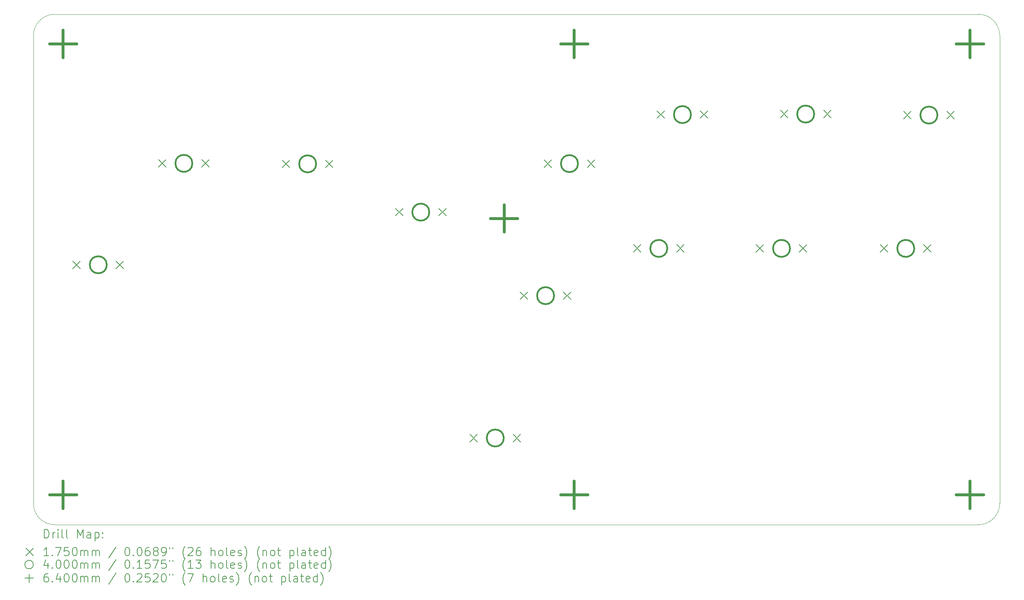
<source format=gbr>
%TF.GenerationSoftware,KiCad,Pcbnew,(6.0.7)*%
%TF.CreationDate,2022-08-16T08:24:49+10:00*%
%TF.ProjectId,Flatbox-rev1_1,466c6174-626f-4782-9d72-6576315f312e,rev?*%
%TF.SameCoordinates,Original*%
%TF.FileFunction,Drillmap*%
%TF.FilePolarity,Positive*%
%FSLAX45Y45*%
G04 Gerber Fmt 4.5, Leading zero omitted, Abs format (unit mm)*
G04 Created by KiCad (PCBNEW (6.0.7)) date 2022-08-16 08:24:49*
%MOMM*%
%LPD*%
G01*
G04 APERTURE LIST*
%ADD10C,0.050000*%
%ADD11C,0.200000*%
%ADD12C,0.175000*%
%ADD13C,0.400000*%
%ADD14C,0.640000*%
G04 APERTURE END LIST*
D10*
X25000000Y-3500000D02*
X25000000Y-14500000D01*
X24500000Y-15000000D02*
X2786000Y-15000000D01*
X2286000Y-14500000D02*
X2286000Y-3500000D01*
X2786000Y-3000000D02*
X24500000Y-3000000D01*
X2286000Y-14500000D02*
G75*
G03*
X2786000Y-15000000I500000J0D01*
G01*
X24500000Y-15000000D02*
G75*
G03*
X25000000Y-14500000I0J500000D01*
G01*
X25000000Y-3500000D02*
G75*
G03*
X24500000Y-3000000I-500000J0D01*
G01*
X2786000Y-3000000D02*
G75*
G03*
X2286000Y-3500000I0J-500000D01*
G01*
D11*
D12*
X3214500Y-8802500D02*
X3389500Y-8977500D01*
X3389500Y-8802500D02*
X3214500Y-8977500D01*
X4230500Y-8802500D02*
X4405500Y-8977500D01*
X4405500Y-8802500D02*
X4230500Y-8977500D01*
X5227000Y-6417500D02*
X5402000Y-6592500D01*
X5402000Y-6417500D02*
X5227000Y-6592500D01*
X6243000Y-6417500D02*
X6418000Y-6592500D01*
X6418000Y-6417500D02*
X6243000Y-6592500D01*
X8136500Y-6429500D02*
X8311500Y-6604500D01*
X8311500Y-6429500D02*
X8136500Y-6604500D01*
X9152500Y-6429500D02*
X9327500Y-6604500D01*
X9327500Y-6429500D02*
X9152500Y-6604500D01*
X10796500Y-7564500D02*
X10971500Y-7739500D01*
X10971500Y-7564500D02*
X10796500Y-7739500D01*
X11812500Y-7564500D02*
X11987500Y-7739500D01*
X11987500Y-7564500D02*
X11812500Y-7739500D01*
X12546500Y-12874500D02*
X12721500Y-13049500D01*
X12721500Y-12874500D02*
X12546500Y-13049500D01*
X13562500Y-12874500D02*
X13737500Y-13049500D01*
X13737500Y-12874500D02*
X13562500Y-13049500D01*
X13729500Y-9527500D02*
X13904500Y-9702500D01*
X13904500Y-9527500D02*
X13729500Y-9702500D01*
X14290500Y-6423500D02*
X14465500Y-6598500D01*
X14465500Y-6423500D02*
X14290500Y-6598500D01*
X14745500Y-9527500D02*
X14920500Y-9702500D01*
X14920500Y-9527500D02*
X14745500Y-9702500D01*
X15306500Y-6423500D02*
X15481500Y-6598500D01*
X15481500Y-6423500D02*
X15306500Y-6598500D01*
X16390500Y-8416500D02*
X16565500Y-8591500D01*
X16565500Y-8416500D02*
X16390500Y-8591500D01*
X16946500Y-5270500D02*
X17121500Y-5445500D01*
X17121500Y-5270500D02*
X16946500Y-5445500D01*
X17406500Y-8416500D02*
X17581500Y-8591500D01*
X17581500Y-8416500D02*
X17406500Y-8591500D01*
X17962500Y-5270500D02*
X18137500Y-5445500D01*
X18137500Y-5270500D02*
X17962500Y-5445500D01*
X19275500Y-8416500D02*
X19450500Y-8591500D01*
X19450500Y-8416500D02*
X19275500Y-8591500D01*
X19843500Y-5258500D02*
X20018500Y-5433500D01*
X20018500Y-5258500D02*
X19843500Y-5433500D01*
X20291500Y-8416500D02*
X20466500Y-8591500D01*
X20466500Y-8416500D02*
X20291500Y-8591500D01*
X20859500Y-5258500D02*
X21034500Y-5433500D01*
X21034500Y-5258500D02*
X20859500Y-5433500D01*
X22196500Y-8416500D02*
X22371500Y-8591500D01*
X22371500Y-8416500D02*
X22196500Y-8591500D01*
X22740500Y-5282500D02*
X22915500Y-5457500D01*
X22915500Y-5282500D02*
X22740500Y-5457500D01*
X23212500Y-8416500D02*
X23387500Y-8591500D01*
X23387500Y-8416500D02*
X23212500Y-8591500D01*
X23756500Y-5282500D02*
X23931500Y-5457500D01*
X23931500Y-5282500D02*
X23756500Y-5457500D01*
D13*
X4010000Y-8890000D02*
G75*
G03*
X4010000Y-8890000I-200000J0D01*
G01*
X6022500Y-6505000D02*
G75*
G03*
X6022500Y-6505000I-200000J0D01*
G01*
X8932000Y-6517000D02*
G75*
G03*
X8932000Y-6517000I-200000J0D01*
G01*
X11592000Y-7652000D02*
G75*
G03*
X11592000Y-7652000I-200000J0D01*
G01*
X13342000Y-12962000D02*
G75*
G03*
X13342000Y-12962000I-200000J0D01*
G01*
X14525000Y-9615000D02*
G75*
G03*
X14525000Y-9615000I-200000J0D01*
G01*
X15086000Y-6511000D02*
G75*
G03*
X15086000Y-6511000I-200000J0D01*
G01*
X17186000Y-8504000D02*
G75*
G03*
X17186000Y-8504000I-200000J0D01*
G01*
X17742000Y-5358000D02*
G75*
G03*
X17742000Y-5358000I-200000J0D01*
G01*
X20071000Y-8504000D02*
G75*
G03*
X20071000Y-8504000I-200000J0D01*
G01*
X20639000Y-5346000D02*
G75*
G03*
X20639000Y-5346000I-200000J0D01*
G01*
X22992000Y-8504000D02*
G75*
G03*
X22992000Y-8504000I-200000J0D01*
G01*
X23536000Y-5370000D02*
G75*
G03*
X23536000Y-5370000I-200000J0D01*
G01*
D14*
X2986000Y-3380000D02*
X2986000Y-4020000D01*
X2666000Y-3700000D02*
X3306000Y-3700000D01*
X2986000Y-13980000D02*
X2986000Y-14620000D01*
X2666000Y-14300000D02*
X3306000Y-14300000D01*
X13350000Y-7480000D02*
X13350000Y-8120000D01*
X13030000Y-7800000D02*
X13670000Y-7800000D01*
X15000000Y-3380000D02*
X15000000Y-4020000D01*
X14680000Y-3700000D02*
X15320000Y-3700000D01*
X15000000Y-13980000D02*
X15000000Y-14620000D01*
X14680000Y-14300000D02*
X15320000Y-14300000D01*
X24300000Y-3380000D02*
X24300000Y-4020000D01*
X23980000Y-3700000D02*
X24620000Y-3700000D01*
X24300000Y-13980000D02*
X24300000Y-14620000D01*
X23980000Y-14300000D02*
X24620000Y-14300000D01*
D11*
X2541119Y-15312976D02*
X2541119Y-15112976D01*
X2588738Y-15112976D01*
X2617310Y-15122500D01*
X2636357Y-15141548D01*
X2645881Y-15160595D01*
X2655405Y-15198690D01*
X2655405Y-15227262D01*
X2645881Y-15265357D01*
X2636357Y-15284405D01*
X2617310Y-15303452D01*
X2588738Y-15312976D01*
X2541119Y-15312976D01*
X2741119Y-15312976D02*
X2741119Y-15179643D01*
X2741119Y-15217738D02*
X2750643Y-15198690D01*
X2760167Y-15189167D01*
X2779214Y-15179643D01*
X2798262Y-15179643D01*
X2864928Y-15312976D02*
X2864928Y-15179643D01*
X2864928Y-15112976D02*
X2855405Y-15122500D01*
X2864928Y-15132024D01*
X2874452Y-15122500D01*
X2864928Y-15112976D01*
X2864928Y-15132024D01*
X2988738Y-15312976D02*
X2969690Y-15303452D01*
X2960167Y-15284405D01*
X2960167Y-15112976D01*
X3093500Y-15312976D02*
X3074452Y-15303452D01*
X3064928Y-15284405D01*
X3064928Y-15112976D01*
X3322071Y-15312976D02*
X3322071Y-15112976D01*
X3388738Y-15255833D01*
X3455405Y-15112976D01*
X3455405Y-15312976D01*
X3636357Y-15312976D02*
X3636357Y-15208214D01*
X3626833Y-15189167D01*
X3607786Y-15179643D01*
X3569690Y-15179643D01*
X3550643Y-15189167D01*
X3636357Y-15303452D02*
X3617309Y-15312976D01*
X3569690Y-15312976D01*
X3550643Y-15303452D01*
X3541119Y-15284405D01*
X3541119Y-15265357D01*
X3550643Y-15246309D01*
X3569690Y-15236786D01*
X3617309Y-15236786D01*
X3636357Y-15227262D01*
X3731595Y-15179643D02*
X3731595Y-15379643D01*
X3731595Y-15189167D02*
X3750643Y-15179643D01*
X3788738Y-15179643D01*
X3807786Y-15189167D01*
X3817309Y-15198690D01*
X3826833Y-15217738D01*
X3826833Y-15274881D01*
X3817309Y-15293928D01*
X3807786Y-15303452D01*
X3788738Y-15312976D01*
X3750643Y-15312976D01*
X3731595Y-15303452D01*
X3912548Y-15293928D02*
X3922071Y-15303452D01*
X3912548Y-15312976D01*
X3903024Y-15303452D01*
X3912548Y-15293928D01*
X3912548Y-15312976D01*
X3912548Y-15189167D02*
X3922071Y-15198690D01*
X3912548Y-15208214D01*
X3903024Y-15198690D01*
X3912548Y-15189167D01*
X3912548Y-15208214D01*
D12*
X2108500Y-15555000D02*
X2283500Y-15730000D01*
X2283500Y-15555000D02*
X2108500Y-15730000D01*
D11*
X2645881Y-15732976D02*
X2531595Y-15732976D01*
X2588738Y-15732976D02*
X2588738Y-15532976D01*
X2569690Y-15561548D01*
X2550643Y-15580595D01*
X2531595Y-15590119D01*
X2731595Y-15713928D02*
X2741119Y-15723452D01*
X2731595Y-15732976D01*
X2722071Y-15723452D01*
X2731595Y-15713928D01*
X2731595Y-15732976D01*
X2807786Y-15532976D02*
X2941119Y-15532976D01*
X2855405Y-15732976D01*
X3112548Y-15532976D02*
X3017309Y-15532976D01*
X3007786Y-15628214D01*
X3017309Y-15618690D01*
X3036357Y-15609167D01*
X3083976Y-15609167D01*
X3103024Y-15618690D01*
X3112548Y-15628214D01*
X3122071Y-15647262D01*
X3122071Y-15694881D01*
X3112548Y-15713928D01*
X3103024Y-15723452D01*
X3083976Y-15732976D01*
X3036357Y-15732976D01*
X3017309Y-15723452D01*
X3007786Y-15713928D01*
X3245881Y-15532976D02*
X3264928Y-15532976D01*
X3283976Y-15542500D01*
X3293500Y-15552024D01*
X3303024Y-15571071D01*
X3312548Y-15609167D01*
X3312548Y-15656786D01*
X3303024Y-15694881D01*
X3293500Y-15713928D01*
X3283976Y-15723452D01*
X3264928Y-15732976D01*
X3245881Y-15732976D01*
X3226833Y-15723452D01*
X3217309Y-15713928D01*
X3207786Y-15694881D01*
X3198262Y-15656786D01*
X3198262Y-15609167D01*
X3207786Y-15571071D01*
X3217309Y-15552024D01*
X3226833Y-15542500D01*
X3245881Y-15532976D01*
X3398262Y-15732976D02*
X3398262Y-15599643D01*
X3398262Y-15618690D02*
X3407786Y-15609167D01*
X3426833Y-15599643D01*
X3455405Y-15599643D01*
X3474452Y-15609167D01*
X3483976Y-15628214D01*
X3483976Y-15732976D01*
X3483976Y-15628214D02*
X3493500Y-15609167D01*
X3512548Y-15599643D01*
X3541119Y-15599643D01*
X3560167Y-15609167D01*
X3569690Y-15628214D01*
X3569690Y-15732976D01*
X3664928Y-15732976D02*
X3664928Y-15599643D01*
X3664928Y-15618690D02*
X3674452Y-15609167D01*
X3693500Y-15599643D01*
X3722071Y-15599643D01*
X3741119Y-15609167D01*
X3750643Y-15628214D01*
X3750643Y-15732976D01*
X3750643Y-15628214D02*
X3760167Y-15609167D01*
X3779214Y-15599643D01*
X3807786Y-15599643D01*
X3826833Y-15609167D01*
X3836357Y-15628214D01*
X3836357Y-15732976D01*
X4226833Y-15523452D02*
X4055405Y-15780595D01*
X4483976Y-15532976D02*
X4503024Y-15532976D01*
X4522071Y-15542500D01*
X4531595Y-15552024D01*
X4541119Y-15571071D01*
X4550643Y-15609167D01*
X4550643Y-15656786D01*
X4541119Y-15694881D01*
X4531595Y-15713928D01*
X4522071Y-15723452D01*
X4503024Y-15732976D01*
X4483976Y-15732976D01*
X4464929Y-15723452D01*
X4455405Y-15713928D01*
X4445881Y-15694881D01*
X4436357Y-15656786D01*
X4436357Y-15609167D01*
X4445881Y-15571071D01*
X4455405Y-15552024D01*
X4464929Y-15542500D01*
X4483976Y-15532976D01*
X4636357Y-15713928D02*
X4645881Y-15723452D01*
X4636357Y-15732976D01*
X4626833Y-15723452D01*
X4636357Y-15713928D01*
X4636357Y-15732976D01*
X4769690Y-15532976D02*
X4788738Y-15532976D01*
X4807786Y-15542500D01*
X4817310Y-15552024D01*
X4826833Y-15571071D01*
X4836357Y-15609167D01*
X4836357Y-15656786D01*
X4826833Y-15694881D01*
X4817310Y-15713928D01*
X4807786Y-15723452D01*
X4788738Y-15732976D01*
X4769690Y-15732976D01*
X4750643Y-15723452D01*
X4741119Y-15713928D01*
X4731595Y-15694881D01*
X4722071Y-15656786D01*
X4722071Y-15609167D01*
X4731595Y-15571071D01*
X4741119Y-15552024D01*
X4750643Y-15542500D01*
X4769690Y-15532976D01*
X5007786Y-15532976D02*
X4969690Y-15532976D01*
X4950643Y-15542500D01*
X4941119Y-15552024D01*
X4922071Y-15580595D01*
X4912548Y-15618690D01*
X4912548Y-15694881D01*
X4922071Y-15713928D01*
X4931595Y-15723452D01*
X4950643Y-15732976D01*
X4988738Y-15732976D01*
X5007786Y-15723452D01*
X5017310Y-15713928D01*
X5026833Y-15694881D01*
X5026833Y-15647262D01*
X5017310Y-15628214D01*
X5007786Y-15618690D01*
X4988738Y-15609167D01*
X4950643Y-15609167D01*
X4931595Y-15618690D01*
X4922071Y-15628214D01*
X4912548Y-15647262D01*
X5141119Y-15618690D02*
X5122071Y-15609167D01*
X5112548Y-15599643D01*
X5103024Y-15580595D01*
X5103024Y-15571071D01*
X5112548Y-15552024D01*
X5122071Y-15542500D01*
X5141119Y-15532976D01*
X5179214Y-15532976D01*
X5198262Y-15542500D01*
X5207786Y-15552024D01*
X5217310Y-15571071D01*
X5217310Y-15580595D01*
X5207786Y-15599643D01*
X5198262Y-15609167D01*
X5179214Y-15618690D01*
X5141119Y-15618690D01*
X5122071Y-15628214D01*
X5112548Y-15637738D01*
X5103024Y-15656786D01*
X5103024Y-15694881D01*
X5112548Y-15713928D01*
X5122071Y-15723452D01*
X5141119Y-15732976D01*
X5179214Y-15732976D01*
X5198262Y-15723452D01*
X5207786Y-15713928D01*
X5217310Y-15694881D01*
X5217310Y-15656786D01*
X5207786Y-15637738D01*
X5198262Y-15628214D01*
X5179214Y-15618690D01*
X5312548Y-15732976D02*
X5350643Y-15732976D01*
X5369690Y-15723452D01*
X5379214Y-15713928D01*
X5398262Y-15685357D01*
X5407786Y-15647262D01*
X5407786Y-15571071D01*
X5398262Y-15552024D01*
X5388738Y-15542500D01*
X5369690Y-15532976D01*
X5331595Y-15532976D01*
X5312548Y-15542500D01*
X5303024Y-15552024D01*
X5293500Y-15571071D01*
X5293500Y-15618690D01*
X5303024Y-15637738D01*
X5312548Y-15647262D01*
X5331595Y-15656786D01*
X5369690Y-15656786D01*
X5388738Y-15647262D01*
X5398262Y-15637738D01*
X5407786Y-15618690D01*
X5483976Y-15532976D02*
X5483976Y-15571071D01*
X5560167Y-15532976D02*
X5560167Y-15571071D01*
X5855405Y-15809167D02*
X5845881Y-15799643D01*
X5826833Y-15771071D01*
X5817309Y-15752024D01*
X5807786Y-15723452D01*
X5798262Y-15675833D01*
X5798262Y-15637738D01*
X5807786Y-15590119D01*
X5817309Y-15561548D01*
X5826833Y-15542500D01*
X5845881Y-15513928D01*
X5855405Y-15504405D01*
X5922071Y-15552024D02*
X5931595Y-15542500D01*
X5950643Y-15532976D01*
X5998262Y-15532976D01*
X6017309Y-15542500D01*
X6026833Y-15552024D01*
X6036357Y-15571071D01*
X6036357Y-15590119D01*
X6026833Y-15618690D01*
X5912548Y-15732976D01*
X6036357Y-15732976D01*
X6207786Y-15532976D02*
X6169690Y-15532976D01*
X6150643Y-15542500D01*
X6141119Y-15552024D01*
X6122071Y-15580595D01*
X6112548Y-15618690D01*
X6112548Y-15694881D01*
X6122071Y-15713928D01*
X6131595Y-15723452D01*
X6150643Y-15732976D01*
X6188738Y-15732976D01*
X6207786Y-15723452D01*
X6217309Y-15713928D01*
X6226833Y-15694881D01*
X6226833Y-15647262D01*
X6217309Y-15628214D01*
X6207786Y-15618690D01*
X6188738Y-15609167D01*
X6150643Y-15609167D01*
X6131595Y-15618690D01*
X6122071Y-15628214D01*
X6112548Y-15647262D01*
X6464928Y-15732976D02*
X6464928Y-15532976D01*
X6550643Y-15732976D02*
X6550643Y-15628214D01*
X6541119Y-15609167D01*
X6522071Y-15599643D01*
X6493500Y-15599643D01*
X6474452Y-15609167D01*
X6464928Y-15618690D01*
X6674452Y-15732976D02*
X6655405Y-15723452D01*
X6645881Y-15713928D01*
X6636357Y-15694881D01*
X6636357Y-15637738D01*
X6645881Y-15618690D01*
X6655405Y-15609167D01*
X6674452Y-15599643D01*
X6703024Y-15599643D01*
X6722071Y-15609167D01*
X6731595Y-15618690D01*
X6741119Y-15637738D01*
X6741119Y-15694881D01*
X6731595Y-15713928D01*
X6722071Y-15723452D01*
X6703024Y-15732976D01*
X6674452Y-15732976D01*
X6855405Y-15732976D02*
X6836357Y-15723452D01*
X6826833Y-15704405D01*
X6826833Y-15532976D01*
X7007786Y-15723452D02*
X6988738Y-15732976D01*
X6950643Y-15732976D01*
X6931595Y-15723452D01*
X6922071Y-15704405D01*
X6922071Y-15628214D01*
X6931595Y-15609167D01*
X6950643Y-15599643D01*
X6988738Y-15599643D01*
X7007786Y-15609167D01*
X7017309Y-15628214D01*
X7017309Y-15647262D01*
X6922071Y-15666309D01*
X7093500Y-15723452D02*
X7112548Y-15732976D01*
X7150643Y-15732976D01*
X7169690Y-15723452D01*
X7179214Y-15704405D01*
X7179214Y-15694881D01*
X7169690Y-15675833D01*
X7150643Y-15666309D01*
X7122071Y-15666309D01*
X7103024Y-15656786D01*
X7093500Y-15637738D01*
X7093500Y-15628214D01*
X7103024Y-15609167D01*
X7122071Y-15599643D01*
X7150643Y-15599643D01*
X7169690Y-15609167D01*
X7245881Y-15809167D02*
X7255405Y-15799643D01*
X7274452Y-15771071D01*
X7283976Y-15752024D01*
X7293500Y-15723452D01*
X7303024Y-15675833D01*
X7303024Y-15637738D01*
X7293500Y-15590119D01*
X7283976Y-15561548D01*
X7274452Y-15542500D01*
X7255405Y-15513928D01*
X7245881Y-15504405D01*
X7607786Y-15809167D02*
X7598262Y-15799643D01*
X7579214Y-15771071D01*
X7569690Y-15752024D01*
X7560167Y-15723452D01*
X7550643Y-15675833D01*
X7550643Y-15637738D01*
X7560167Y-15590119D01*
X7569690Y-15561548D01*
X7579214Y-15542500D01*
X7598262Y-15513928D01*
X7607786Y-15504405D01*
X7683976Y-15599643D02*
X7683976Y-15732976D01*
X7683976Y-15618690D02*
X7693500Y-15609167D01*
X7712548Y-15599643D01*
X7741119Y-15599643D01*
X7760167Y-15609167D01*
X7769690Y-15628214D01*
X7769690Y-15732976D01*
X7893500Y-15732976D02*
X7874452Y-15723452D01*
X7864928Y-15713928D01*
X7855405Y-15694881D01*
X7855405Y-15637738D01*
X7864928Y-15618690D01*
X7874452Y-15609167D01*
X7893500Y-15599643D01*
X7922071Y-15599643D01*
X7941119Y-15609167D01*
X7950643Y-15618690D01*
X7960167Y-15637738D01*
X7960167Y-15694881D01*
X7950643Y-15713928D01*
X7941119Y-15723452D01*
X7922071Y-15732976D01*
X7893500Y-15732976D01*
X8017309Y-15599643D02*
X8093500Y-15599643D01*
X8045881Y-15532976D02*
X8045881Y-15704405D01*
X8055405Y-15723452D01*
X8074452Y-15732976D01*
X8093500Y-15732976D01*
X8312548Y-15599643D02*
X8312548Y-15799643D01*
X8312548Y-15609167D02*
X8331595Y-15599643D01*
X8369690Y-15599643D01*
X8388738Y-15609167D01*
X8398262Y-15618690D01*
X8407786Y-15637738D01*
X8407786Y-15694881D01*
X8398262Y-15713928D01*
X8388738Y-15723452D01*
X8369690Y-15732976D01*
X8331595Y-15732976D01*
X8312548Y-15723452D01*
X8522071Y-15732976D02*
X8503024Y-15723452D01*
X8493500Y-15704405D01*
X8493500Y-15532976D01*
X8683976Y-15732976D02*
X8683976Y-15628214D01*
X8674452Y-15609167D01*
X8655405Y-15599643D01*
X8617310Y-15599643D01*
X8598262Y-15609167D01*
X8683976Y-15723452D02*
X8664929Y-15732976D01*
X8617310Y-15732976D01*
X8598262Y-15723452D01*
X8588738Y-15704405D01*
X8588738Y-15685357D01*
X8598262Y-15666309D01*
X8617310Y-15656786D01*
X8664929Y-15656786D01*
X8683976Y-15647262D01*
X8750643Y-15599643D02*
X8826833Y-15599643D01*
X8779214Y-15532976D02*
X8779214Y-15704405D01*
X8788738Y-15723452D01*
X8807786Y-15732976D01*
X8826833Y-15732976D01*
X8969690Y-15723452D02*
X8950643Y-15732976D01*
X8912548Y-15732976D01*
X8893500Y-15723452D01*
X8883976Y-15704405D01*
X8883976Y-15628214D01*
X8893500Y-15609167D01*
X8912548Y-15599643D01*
X8950643Y-15599643D01*
X8969690Y-15609167D01*
X8979214Y-15628214D01*
X8979214Y-15647262D01*
X8883976Y-15666309D01*
X9150643Y-15732976D02*
X9150643Y-15532976D01*
X9150643Y-15723452D02*
X9131595Y-15732976D01*
X9093500Y-15732976D01*
X9074452Y-15723452D01*
X9064929Y-15713928D01*
X9055405Y-15694881D01*
X9055405Y-15637738D01*
X9064929Y-15618690D01*
X9074452Y-15609167D01*
X9093500Y-15599643D01*
X9131595Y-15599643D01*
X9150643Y-15609167D01*
X9226833Y-15809167D02*
X9236357Y-15799643D01*
X9255405Y-15771071D01*
X9264929Y-15752024D01*
X9274452Y-15723452D01*
X9283976Y-15675833D01*
X9283976Y-15637738D01*
X9274452Y-15590119D01*
X9264929Y-15561548D01*
X9255405Y-15542500D01*
X9236357Y-15513928D01*
X9226833Y-15504405D01*
X2283500Y-15937500D02*
G75*
G03*
X2283500Y-15937500I-100000J0D01*
G01*
X2626833Y-15894643D02*
X2626833Y-16027976D01*
X2579214Y-15818452D02*
X2531595Y-15961309D01*
X2655405Y-15961309D01*
X2731595Y-16008928D02*
X2741119Y-16018452D01*
X2731595Y-16027976D01*
X2722071Y-16018452D01*
X2731595Y-16008928D01*
X2731595Y-16027976D01*
X2864928Y-15827976D02*
X2883976Y-15827976D01*
X2903024Y-15837500D01*
X2912548Y-15847024D01*
X2922071Y-15866071D01*
X2931595Y-15904167D01*
X2931595Y-15951786D01*
X2922071Y-15989881D01*
X2912548Y-16008928D01*
X2903024Y-16018452D01*
X2883976Y-16027976D01*
X2864928Y-16027976D01*
X2845881Y-16018452D01*
X2836357Y-16008928D01*
X2826833Y-15989881D01*
X2817309Y-15951786D01*
X2817309Y-15904167D01*
X2826833Y-15866071D01*
X2836357Y-15847024D01*
X2845881Y-15837500D01*
X2864928Y-15827976D01*
X3055405Y-15827976D02*
X3074452Y-15827976D01*
X3093500Y-15837500D01*
X3103024Y-15847024D01*
X3112548Y-15866071D01*
X3122071Y-15904167D01*
X3122071Y-15951786D01*
X3112548Y-15989881D01*
X3103024Y-16008928D01*
X3093500Y-16018452D01*
X3074452Y-16027976D01*
X3055405Y-16027976D01*
X3036357Y-16018452D01*
X3026833Y-16008928D01*
X3017309Y-15989881D01*
X3007786Y-15951786D01*
X3007786Y-15904167D01*
X3017309Y-15866071D01*
X3026833Y-15847024D01*
X3036357Y-15837500D01*
X3055405Y-15827976D01*
X3245881Y-15827976D02*
X3264928Y-15827976D01*
X3283976Y-15837500D01*
X3293500Y-15847024D01*
X3303024Y-15866071D01*
X3312548Y-15904167D01*
X3312548Y-15951786D01*
X3303024Y-15989881D01*
X3293500Y-16008928D01*
X3283976Y-16018452D01*
X3264928Y-16027976D01*
X3245881Y-16027976D01*
X3226833Y-16018452D01*
X3217309Y-16008928D01*
X3207786Y-15989881D01*
X3198262Y-15951786D01*
X3198262Y-15904167D01*
X3207786Y-15866071D01*
X3217309Y-15847024D01*
X3226833Y-15837500D01*
X3245881Y-15827976D01*
X3398262Y-16027976D02*
X3398262Y-15894643D01*
X3398262Y-15913690D02*
X3407786Y-15904167D01*
X3426833Y-15894643D01*
X3455405Y-15894643D01*
X3474452Y-15904167D01*
X3483976Y-15923214D01*
X3483976Y-16027976D01*
X3483976Y-15923214D02*
X3493500Y-15904167D01*
X3512548Y-15894643D01*
X3541119Y-15894643D01*
X3560167Y-15904167D01*
X3569690Y-15923214D01*
X3569690Y-16027976D01*
X3664928Y-16027976D02*
X3664928Y-15894643D01*
X3664928Y-15913690D02*
X3674452Y-15904167D01*
X3693500Y-15894643D01*
X3722071Y-15894643D01*
X3741119Y-15904167D01*
X3750643Y-15923214D01*
X3750643Y-16027976D01*
X3750643Y-15923214D02*
X3760167Y-15904167D01*
X3779214Y-15894643D01*
X3807786Y-15894643D01*
X3826833Y-15904167D01*
X3836357Y-15923214D01*
X3836357Y-16027976D01*
X4226833Y-15818452D02*
X4055405Y-16075595D01*
X4483976Y-15827976D02*
X4503024Y-15827976D01*
X4522071Y-15837500D01*
X4531595Y-15847024D01*
X4541119Y-15866071D01*
X4550643Y-15904167D01*
X4550643Y-15951786D01*
X4541119Y-15989881D01*
X4531595Y-16008928D01*
X4522071Y-16018452D01*
X4503024Y-16027976D01*
X4483976Y-16027976D01*
X4464929Y-16018452D01*
X4455405Y-16008928D01*
X4445881Y-15989881D01*
X4436357Y-15951786D01*
X4436357Y-15904167D01*
X4445881Y-15866071D01*
X4455405Y-15847024D01*
X4464929Y-15837500D01*
X4483976Y-15827976D01*
X4636357Y-16008928D02*
X4645881Y-16018452D01*
X4636357Y-16027976D01*
X4626833Y-16018452D01*
X4636357Y-16008928D01*
X4636357Y-16027976D01*
X4836357Y-16027976D02*
X4722071Y-16027976D01*
X4779214Y-16027976D02*
X4779214Y-15827976D01*
X4760167Y-15856548D01*
X4741119Y-15875595D01*
X4722071Y-15885119D01*
X5017310Y-15827976D02*
X4922071Y-15827976D01*
X4912548Y-15923214D01*
X4922071Y-15913690D01*
X4941119Y-15904167D01*
X4988738Y-15904167D01*
X5007786Y-15913690D01*
X5017310Y-15923214D01*
X5026833Y-15942262D01*
X5026833Y-15989881D01*
X5017310Y-16008928D01*
X5007786Y-16018452D01*
X4988738Y-16027976D01*
X4941119Y-16027976D01*
X4922071Y-16018452D01*
X4912548Y-16008928D01*
X5093500Y-15827976D02*
X5226833Y-15827976D01*
X5141119Y-16027976D01*
X5398262Y-15827976D02*
X5303024Y-15827976D01*
X5293500Y-15923214D01*
X5303024Y-15913690D01*
X5322071Y-15904167D01*
X5369690Y-15904167D01*
X5388738Y-15913690D01*
X5398262Y-15923214D01*
X5407786Y-15942262D01*
X5407786Y-15989881D01*
X5398262Y-16008928D01*
X5388738Y-16018452D01*
X5369690Y-16027976D01*
X5322071Y-16027976D01*
X5303024Y-16018452D01*
X5293500Y-16008928D01*
X5483976Y-15827976D02*
X5483976Y-15866071D01*
X5560167Y-15827976D02*
X5560167Y-15866071D01*
X5855405Y-16104167D02*
X5845881Y-16094643D01*
X5826833Y-16066071D01*
X5817309Y-16047024D01*
X5807786Y-16018452D01*
X5798262Y-15970833D01*
X5798262Y-15932738D01*
X5807786Y-15885119D01*
X5817309Y-15856548D01*
X5826833Y-15837500D01*
X5845881Y-15808928D01*
X5855405Y-15799405D01*
X6036357Y-16027976D02*
X5922071Y-16027976D01*
X5979214Y-16027976D02*
X5979214Y-15827976D01*
X5960167Y-15856548D01*
X5941119Y-15875595D01*
X5922071Y-15885119D01*
X6103024Y-15827976D02*
X6226833Y-15827976D01*
X6160167Y-15904167D01*
X6188738Y-15904167D01*
X6207786Y-15913690D01*
X6217309Y-15923214D01*
X6226833Y-15942262D01*
X6226833Y-15989881D01*
X6217309Y-16008928D01*
X6207786Y-16018452D01*
X6188738Y-16027976D01*
X6131595Y-16027976D01*
X6112548Y-16018452D01*
X6103024Y-16008928D01*
X6464928Y-16027976D02*
X6464928Y-15827976D01*
X6550643Y-16027976D02*
X6550643Y-15923214D01*
X6541119Y-15904167D01*
X6522071Y-15894643D01*
X6493500Y-15894643D01*
X6474452Y-15904167D01*
X6464928Y-15913690D01*
X6674452Y-16027976D02*
X6655405Y-16018452D01*
X6645881Y-16008928D01*
X6636357Y-15989881D01*
X6636357Y-15932738D01*
X6645881Y-15913690D01*
X6655405Y-15904167D01*
X6674452Y-15894643D01*
X6703024Y-15894643D01*
X6722071Y-15904167D01*
X6731595Y-15913690D01*
X6741119Y-15932738D01*
X6741119Y-15989881D01*
X6731595Y-16008928D01*
X6722071Y-16018452D01*
X6703024Y-16027976D01*
X6674452Y-16027976D01*
X6855405Y-16027976D02*
X6836357Y-16018452D01*
X6826833Y-15999405D01*
X6826833Y-15827976D01*
X7007786Y-16018452D02*
X6988738Y-16027976D01*
X6950643Y-16027976D01*
X6931595Y-16018452D01*
X6922071Y-15999405D01*
X6922071Y-15923214D01*
X6931595Y-15904167D01*
X6950643Y-15894643D01*
X6988738Y-15894643D01*
X7007786Y-15904167D01*
X7017309Y-15923214D01*
X7017309Y-15942262D01*
X6922071Y-15961309D01*
X7093500Y-16018452D02*
X7112548Y-16027976D01*
X7150643Y-16027976D01*
X7169690Y-16018452D01*
X7179214Y-15999405D01*
X7179214Y-15989881D01*
X7169690Y-15970833D01*
X7150643Y-15961309D01*
X7122071Y-15961309D01*
X7103024Y-15951786D01*
X7093500Y-15932738D01*
X7093500Y-15923214D01*
X7103024Y-15904167D01*
X7122071Y-15894643D01*
X7150643Y-15894643D01*
X7169690Y-15904167D01*
X7245881Y-16104167D02*
X7255405Y-16094643D01*
X7274452Y-16066071D01*
X7283976Y-16047024D01*
X7293500Y-16018452D01*
X7303024Y-15970833D01*
X7303024Y-15932738D01*
X7293500Y-15885119D01*
X7283976Y-15856548D01*
X7274452Y-15837500D01*
X7255405Y-15808928D01*
X7245881Y-15799405D01*
X7607786Y-16104167D02*
X7598262Y-16094643D01*
X7579214Y-16066071D01*
X7569690Y-16047024D01*
X7560167Y-16018452D01*
X7550643Y-15970833D01*
X7550643Y-15932738D01*
X7560167Y-15885119D01*
X7569690Y-15856548D01*
X7579214Y-15837500D01*
X7598262Y-15808928D01*
X7607786Y-15799405D01*
X7683976Y-15894643D02*
X7683976Y-16027976D01*
X7683976Y-15913690D02*
X7693500Y-15904167D01*
X7712548Y-15894643D01*
X7741119Y-15894643D01*
X7760167Y-15904167D01*
X7769690Y-15923214D01*
X7769690Y-16027976D01*
X7893500Y-16027976D02*
X7874452Y-16018452D01*
X7864928Y-16008928D01*
X7855405Y-15989881D01*
X7855405Y-15932738D01*
X7864928Y-15913690D01*
X7874452Y-15904167D01*
X7893500Y-15894643D01*
X7922071Y-15894643D01*
X7941119Y-15904167D01*
X7950643Y-15913690D01*
X7960167Y-15932738D01*
X7960167Y-15989881D01*
X7950643Y-16008928D01*
X7941119Y-16018452D01*
X7922071Y-16027976D01*
X7893500Y-16027976D01*
X8017309Y-15894643D02*
X8093500Y-15894643D01*
X8045881Y-15827976D02*
X8045881Y-15999405D01*
X8055405Y-16018452D01*
X8074452Y-16027976D01*
X8093500Y-16027976D01*
X8312548Y-15894643D02*
X8312548Y-16094643D01*
X8312548Y-15904167D02*
X8331595Y-15894643D01*
X8369690Y-15894643D01*
X8388738Y-15904167D01*
X8398262Y-15913690D01*
X8407786Y-15932738D01*
X8407786Y-15989881D01*
X8398262Y-16008928D01*
X8388738Y-16018452D01*
X8369690Y-16027976D01*
X8331595Y-16027976D01*
X8312548Y-16018452D01*
X8522071Y-16027976D02*
X8503024Y-16018452D01*
X8493500Y-15999405D01*
X8493500Y-15827976D01*
X8683976Y-16027976D02*
X8683976Y-15923214D01*
X8674452Y-15904167D01*
X8655405Y-15894643D01*
X8617310Y-15894643D01*
X8598262Y-15904167D01*
X8683976Y-16018452D02*
X8664929Y-16027976D01*
X8617310Y-16027976D01*
X8598262Y-16018452D01*
X8588738Y-15999405D01*
X8588738Y-15980357D01*
X8598262Y-15961309D01*
X8617310Y-15951786D01*
X8664929Y-15951786D01*
X8683976Y-15942262D01*
X8750643Y-15894643D02*
X8826833Y-15894643D01*
X8779214Y-15827976D02*
X8779214Y-15999405D01*
X8788738Y-16018452D01*
X8807786Y-16027976D01*
X8826833Y-16027976D01*
X8969690Y-16018452D02*
X8950643Y-16027976D01*
X8912548Y-16027976D01*
X8893500Y-16018452D01*
X8883976Y-15999405D01*
X8883976Y-15923214D01*
X8893500Y-15904167D01*
X8912548Y-15894643D01*
X8950643Y-15894643D01*
X8969690Y-15904167D01*
X8979214Y-15923214D01*
X8979214Y-15942262D01*
X8883976Y-15961309D01*
X9150643Y-16027976D02*
X9150643Y-15827976D01*
X9150643Y-16018452D02*
X9131595Y-16027976D01*
X9093500Y-16027976D01*
X9074452Y-16018452D01*
X9064929Y-16008928D01*
X9055405Y-15989881D01*
X9055405Y-15932738D01*
X9064929Y-15913690D01*
X9074452Y-15904167D01*
X9093500Y-15894643D01*
X9131595Y-15894643D01*
X9150643Y-15904167D01*
X9226833Y-16104167D02*
X9236357Y-16094643D01*
X9255405Y-16066071D01*
X9264929Y-16047024D01*
X9274452Y-16018452D01*
X9283976Y-15970833D01*
X9283976Y-15932738D01*
X9274452Y-15885119D01*
X9264929Y-15856548D01*
X9255405Y-15837500D01*
X9236357Y-15808928D01*
X9226833Y-15799405D01*
X2183500Y-16157500D02*
X2183500Y-16357500D01*
X2083500Y-16257500D02*
X2283500Y-16257500D01*
X2626833Y-16147976D02*
X2588738Y-16147976D01*
X2569690Y-16157500D01*
X2560167Y-16167024D01*
X2541119Y-16195595D01*
X2531595Y-16233690D01*
X2531595Y-16309881D01*
X2541119Y-16328928D01*
X2550643Y-16338452D01*
X2569690Y-16347976D01*
X2607786Y-16347976D01*
X2626833Y-16338452D01*
X2636357Y-16328928D01*
X2645881Y-16309881D01*
X2645881Y-16262262D01*
X2636357Y-16243214D01*
X2626833Y-16233690D01*
X2607786Y-16224167D01*
X2569690Y-16224167D01*
X2550643Y-16233690D01*
X2541119Y-16243214D01*
X2531595Y-16262262D01*
X2731595Y-16328928D02*
X2741119Y-16338452D01*
X2731595Y-16347976D01*
X2722071Y-16338452D01*
X2731595Y-16328928D01*
X2731595Y-16347976D01*
X2912548Y-16214643D02*
X2912548Y-16347976D01*
X2864928Y-16138452D02*
X2817309Y-16281309D01*
X2941119Y-16281309D01*
X3055405Y-16147976D02*
X3074452Y-16147976D01*
X3093500Y-16157500D01*
X3103024Y-16167024D01*
X3112548Y-16186071D01*
X3122071Y-16224167D01*
X3122071Y-16271786D01*
X3112548Y-16309881D01*
X3103024Y-16328928D01*
X3093500Y-16338452D01*
X3074452Y-16347976D01*
X3055405Y-16347976D01*
X3036357Y-16338452D01*
X3026833Y-16328928D01*
X3017309Y-16309881D01*
X3007786Y-16271786D01*
X3007786Y-16224167D01*
X3017309Y-16186071D01*
X3026833Y-16167024D01*
X3036357Y-16157500D01*
X3055405Y-16147976D01*
X3245881Y-16147976D02*
X3264928Y-16147976D01*
X3283976Y-16157500D01*
X3293500Y-16167024D01*
X3303024Y-16186071D01*
X3312548Y-16224167D01*
X3312548Y-16271786D01*
X3303024Y-16309881D01*
X3293500Y-16328928D01*
X3283976Y-16338452D01*
X3264928Y-16347976D01*
X3245881Y-16347976D01*
X3226833Y-16338452D01*
X3217309Y-16328928D01*
X3207786Y-16309881D01*
X3198262Y-16271786D01*
X3198262Y-16224167D01*
X3207786Y-16186071D01*
X3217309Y-16167024D01*
X3226833Y-16157500D01*
X3245881Y-16147976D01*
X3398262Y-16347976D02*
X3398262Y-16214643D01*
X3398262Y-16233690D02*
X3407786Y-16224167D01*
X3426833Y-16214643D01*
X3455405Y-16214643D01*
X3474452Y-16224167D01*
X3483976Y-16243214D01*
X3483976Y-16347976D01*
X3483976Y-16243214D02*
X3493500Y-16224167D01*
X3512548Y-16214643D01*
X3541119Y-16214643D01*
X3560167Y-16224167D01*
X3569690Y-16243214D01*
X3569690Y-16347976D01*
X3664928Y-16347976D02*
X3664928Y-16214643D01*
X3664928Y-16233690D02*
X3674452Y-16224167D01*
X3693500Y-16214643D01*
X3722071Y-16214643D01*
X3741119Y-16224167D01*
X3750643Y-16243214D01*
X3750643Y-16347976D01*
X3750643Y-16243214D02*
X3760167Y-16224167D01*
X3779214Y-16214643D01*
X3807786Y-16214643D01*
X3826833Y-16224167D01*
X3836357Y-16243214D01*
X3836357Y-16347976D01*
X4226833Y-16138452D02*
X4055405Y-16395595D01*
X4483976Y-16147976D02*
X4503024Y-16147976D01*
X4522071Y-16157500D01*
X4531595Y-16167024D01*
X4541119Y-16186071D01*
X4550643Y-16224167D01*
X4550643Y-16271786D01*
X4541119Y-16309881D01*
X4531595Y-16328928D01*
X4522071Y-16338452D01*
X4503024Y-16347976D01*
X4483976Y-16347976D01*
X4464929Y-16338452D01*
X4455405Y-16328928D01*
X4445881Y-16309881D01*
X4436357Y-16271786D01*
X4436357Y-16224167D01*
X4445881Y-16186071D01*
X4455405Y-16167024D01*
X4464929Y-16157500D01*
X4483976Y-16147976D01*
X4636357Y-16328928D02*
X4645881Y-16338452D01*
X4636357Y-16347976D01*
X4626833Y-16338452D01*
X4636357Y-16328928D01*
X4636357Y-16347976D01*
X4722071Y-16167024D02*
X4731595Y-16157500D01*
X4750643Y-16147976D01*
X4798262Y-16147976D01*
X4817310Y-16157500D01*
X4826833Y-16167024D01*
X4836357Y-16186071D01*
X4836357Y-16205119D01*
X4826833Y-16233690D01*
X4712548Y-16347976D01*
X4836357Y-16347976D01*
X5017310Y-16147976D02*
X4922071Y-16147976D01*
X4912548Y-16243214D01*
X4922071Y-16233690D01*
X4941119Y-16224167D01*
X4988738Y-16224167D01*
X5007786Y-16233690D01*
X5017310Y-16243214D01*
X5026833Y-16262262D01*
X5026833Y-16309881D01*
X5017310Y-16328928D01*
X5007786Y-16338452D01*
X4988738Y-16347976D01*
X4941119Y-16347976D01*
X4922071Y-16338452D01*
X4912548Y-16328928D01*
X5103024Y-16167024D02*
X5112548Y-16157500D01*
X5131595Y-16147976D01*
X5179214Y-16147976D01*
X5198262Y-16157500D01*
X5207786Y-16167024D01*
X5217310Y-16186071D01*
X5217310Y-16205119D01*
X5207786Y-16233690D01*
X5093500Y-16347976D01*
X5217310Y-16347976D01*
X5341119Y-16147976D02*
X5360167Y-16147976D01*
X5379214Y-16157500D01*
X5388738Y-16167024D01*
X5398262Y-16186071D01*
X5407786Y-16224167D01*
X5407786Y-16271786D01*
X5398262Y-16309881D01*
X5388738Y-16328928D01*
X5379214Y-16338452D01*
X5360167Y-16347976D01*
X5341119Y-16347976D01*
X5322071Y-16338452D01*
X5312548Y-16328928D01*
X5303024Y-16309881D01*
X5293500Y-16271786D01*
X5293500Y-16224167D01*
X5303024Y-16186071D01*
X5312548Y-16167024D01*
X5322071Y-16157500D01*
X5341119Y-16147976D01*
X5483976Y-16147976D02*
X5483976Y-16186071D01*
X5560167Y-16147976D02*
X5560167Y-16186071D01*
X5855405Y-16424167D02*
X5845881Y-16414643D01*
X5826833Y-16386071D01*
X5817309Y-16367024D01*
X5807786Y-16338452D01*
X5798262Y-16290833D01*
X5798262Y-16252738D01*
X5807786Y-16205119D01*
X5817309Y-16176548D01*
X5826833Y-16157500D01*
X5845881Y-16128928D01*
X5855405Y-16119405D01*
X5912548Y-16147976D02*
X6045881Y-16147976D01*
X5960167Y-16347976D01*
X6274452Y-16347976D02*
X6274452Y-16147976D01*
X6360167Y-16347976D02*
X6360167Y-16243214D01*
X6350643Y-16224167D01*
X6331595Y-16214643D01*
X6303024Y-16214643D01*
X6283976Y-16224167D01*
X6274452Y-16233690D01*
X6483976Y-16347976D02*
X6464928Y-16338452D01*
X6455405Y-16328928D01*
X6445881Y-16309881D01*
X6445881Y-16252738D01*
X6455405Y-16233690D01*
X6464928Y-16224167D01*
X6483976Y-16214643D01*
X6512548Y-16214643D01*
X6531595Y-16224167D01*
X6541119Y-16233690D01*
X6550643Y-16252738D01*
X6550643Y-16309881D01*
X6541119Y-16328928D01*
X6531595Y-16338452D01*
X6512548Y-16347976D01*
X6483976Y-16347976D01*
X6664928Y-16347976D02*
X6645881Y-16338452D01*
X6636357Y-16319405D01*
X6636357Y-16147976D01*
X6817309Y-16338452D02*
X6798262Y-16347976D01*
X6760167Y-16347976D01*
X6741119Y-16338452D01*
X6731595Y-16319405D01*
X6731595Y-16243214D01*
X6741119Y-16224167D01*
X6760167Y-16214643D01*
X6798262Y-16214643D01*
X6817309Y-16224167D01*
X6826833Y-16243214D01*
X6826833Y-16262262D01*
X6731595Y-16281309D01*
X6903024Y-16338452D02*
X6922071Y-16347976D01*
X6960167Y-16347976D01*
X6979214Y-16338452D01*
X6988738Y-16319405D01*
X6988738Y-16309881D01*
X6979214Y-16290833D01*
X6960167Y-16281309D01*
X6931595Y-16281309D01*
X6912548Y-16271786D01*
X6903024Y-16252738D01*
X6903024Y-16243214D01*
X6912548Y-16224167D01*
X6931595Y-16214643D01*
X6960167Y-16214643D01*
X6979214Y-16224167D01*
X7055405Y-16424167D02*
X7064928Y-16414643D01*
X7083976Y-16386071D01*
X7093500Y-16367024D01*
X7103024Y-16338452D01*
X7112548Y-16290833D01*
X7112548Y-16252738D01*
X7103024Y-16205119D01*
X7093500Y-16176548D01*
X7083976Y-16157500D01*
X7064928Y-16128928D01*
X7055405Y-16119405D01*
X7417309Y-16424167D02*
X7407786Y-16414643D01*
X7388738Y-16386071D01*
X7379214Y-16367024D01*
X7369690Y-16338452D01*
X7360167Y-16290833D01*
X7360167Y-16252738D01*
X7369690Y-16205119D01*
X7379214Y-16176548D01*
X7388738Y-16157500D01*
X7407786Y-16128928D01*
X7417309Y-16119405D01*
X7493500Y-16214643D02*
X7493500Y-16347976D01*
X7493500Y-16233690D02*
X7503024Y-16224167D01*
X7522071Y-16214643D01*
X7550643Y-16214643D01*
X7569690Y-16224167D01*
X7579214Y-16243214D01*
X7579214Y-16347976D01*
X7703024Y-16347976D02*
X7683976Y-16338452D01*
X7674452Y-16328928D01*
X7664928Y-16309881D01*
X7664928Y-16252738D01*
X7674452Y-16233690D01*
X7683976Y-16224167D01*
X7703024Y-16214643D01*
X7731595Y-16214643D01*
X7750643Y-16224167D01*
X7760167Y-16233690D01*
X7769690Y-16252738D01*
X7769690Y-16309881D01*
X7760167Y-16328928D01*
X7750643Y-16338452D01*
X7731595Y-16347976D01*
X7703024Y-16347976D01*
X7826833Y-16214643D02*
X7903024Y-16214643D01*
X7855405Y-16147976D02*
X7855405Y-16319405D01*
X7864928Y-16338452D01*
X7883976Y-16347976D01*
X7903024Y-16347976D01*
X8122071Y-16214643D02*
X8122071Y-16414643D01*
X8122071Y-16224167D02*
X8141119Y-16214643D01*
X8179214Y-16214643D01*
X8198262Y-16224167D01*
X8207786Y-16233690D01*
X8217309Y-16252738D01*
X8217309Y-16309881D01*
X8207786Y-16328928D01*
X8198262Y-16338452D01*
X8179214Y-16347976D01*
X8141119Y-16347976D01*
X8122071Y-16338452D01*
X8331595Y-16347976D02*
X8312548Y-16338452D01*
X8303024Y-16319405D01*
X8303024Y-16147976D01*
X8493500Y-16347976D02*
X8493500Y-16243214D01*
X8483976Y-16224167D01*
X8464929Y-16214643D01*
X8426833Y-16214643D01*
X8407786Y-16224167D01*
X8493500Y-16338452D02*
X8474452Y-16347976D01*
X8426833Y-16347976D01*
X8407786Y-16338452D01*
X8398262Y-16319405D01*
X8398262Y-16300357D01*
X8407786Y-16281309D01*
X8426833Y-16271786D01*
X8474452Y-16271786D01*
X8493500Y-16262262D01*
X8560167Y-16214643D02*
X8636357Y-16214643D01*
X8588738Y-16147976D02*
X8588738Y-16319405D01*
X8598262Y-16338452D01*
X8617310Y-16347976D01*
X8636357Y-16347976D01*
X8779214Y-16338452D02*
X8760167Y-16347976D01*
X8722071Y-16347976D01*
X8703024Y-16338452D01*
X8693500Y-16319405D01*
X8693500Y-16243214D01*
X8703024Y-16224167D01*
X8722071Y-16214643D01*
X8760167Y-16214643D01*
X8779214Y-16224167D01*
X8788738Y-16243214D01*
X8788738Y-16262262D01*
X8693500Y-16281309D01*
X8960167Y-16347976D02*
X8960167Y-16147976D01*
X8960167Y-16338452D02*
X8941119Y-16347976D01*
X8903024Y-16347976D01*
X8883976Y-16338452D01*
X8874452Y-16328928D01*
X8864929Y-16309881D01*
X8864929Y-16252738D01*
X8874452Y-16233690D01*
X8883976Y-16224167D01*
X8903024Y-16214643D01*
X8941119Y-16214643D01*
X8960167Y-16224167D01*
X9036357Y-16424167D02*
X9045881Y-16414643D01*
X9064929Y-16386071D01*
X9074452Y-16367024D01*
X9083976Y-16338452D01*
X9093500Y-16290833D01*
X9093500Y-16252738D01*
X9083976Y-16205119D01*
X9074452Y-16176548D01*
X9064929Y-16157500D01*
X9045881Y-16128928D01*
X9036357Y-16119405D01*
M02*

</source>
